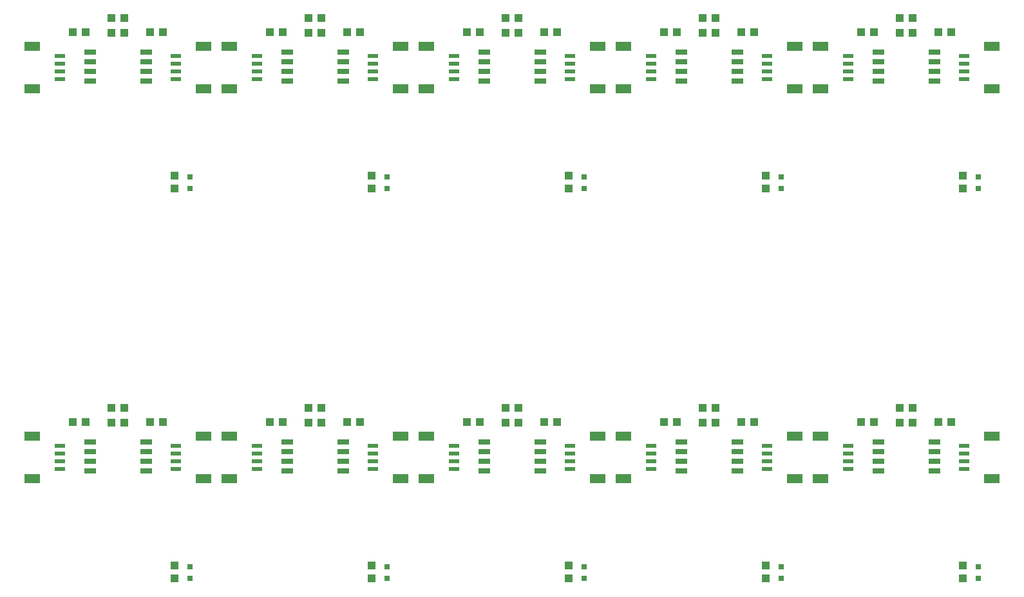
<source format=gtp>
G04 #@! TF.FileFunction,Paste,Top*
%FSLAX46Y46*%
G04 Gerber Fmt 4.6, Leading zero omitted, Abs format (unit mm)*
G04 Created by KiCad (PCBNEW 4.0.6) date 02/21/18 15:23:46*
%MOMM*%
%LPD*%
G01*
G04 APERTURE LIST*
%ADD10C,0.100000*%
%ADD11R,0.998220X1.099820*%
%ADD12R,0.800000X0.800000*%
%ADD13R,1.099820X0.998220*%
%ADD14R,2.000000X1.200000*%
%ADD15R,1.350000X0.600000*%
%ADD16R,1.524000X0.762000*%
G04 APERTURE END LIST*
D10*
D11*
X172262800Y-119420640D03*
X172262800Y-121117360D03*
X146354800Y-119420640D03*
X146354800Y-121117360D03*
X120446800Y-119420640D03*
X120446800Y-121117360D03*
X94538800Y-119420640D03*
X94538800Y-121117360D03*
X68630800Y-119420640D03*
X68630800Y-121117360D03*
X172262800Y-68112640D03*
X172262800Y-69809360D03*
X146354800Y-68112640D03*
X146354800Y-69809360D03*
X120446800Y-68112640D03*
X120446800Y-69809360D03*
X94538800Y-68112640D03*
X94538800Y-69809360D03*
D12*
X174294800Y-121119800D03*
X174294800Y-119519800D03*
X148386800Y-121119800D03*
X148386800Y-119519800D03*
X122478800Y-121119800D03*
X122478800Y-119519800D03*
X96570800Y-121119800D03*
X96570800Y-119519800D03*
X70662800Y-121119800D03*
X70662800Y-119519800D03*
X174294800Y-69811800D03*
X174294800Y-68211800D03*
X148386800Y-69811800D03*
X148386800Y-68211800D03*
X122478800Y-69811800D03*
X122478800Y-68211800D03*
X96570800Y-69811800D03*
X96570800Y-68211800D03*
D13*
X163997640Y-100558600D03*
X165694360Y-100558600D03*
X138089640Y-100558600D03*
X139786360Y-100558600D03*
X112181640Y-100558600D03*
X113878360Y-100558600D03*
X86273640Y-100558600D03*
X87970360Y-100558600D03*
X60365640Y-100558600D03*
X62062360Y-100558600D03*
X163997640Y-49250600D03*
X165694360Y-49250600D03*
X138089640Y-49250600D03*
X139786360Y-49250600D03*
X112181640Y-49250600D03*
X113878360Y-49250600D03*
X86273640Y-49250600D03*
X87970360Y-49250600D03*
D14*
X153551000Y-102381400D03*
X153551000Y-107981400D03*
D15*
X157226000Y-103681400D03*
X157226000Y-104681400D03*
X157226000Y-105681400D03*
X157226000Y-106681400D03*
D14*
X127643000Y-102381400D03*
X127643000Y-107981400D03*
D15*
X131318000Y-103681400D03*
X131318000Y-104681400D03*
X131318000Y-105681400D03*
X131318000Y-106681400D03*
D14*
X101735000Y-102381400D03*
X101735000Y-107981400D03*
D15*
X105410000Y-103681400D03*
X105410000Y-104681400D03*
X105410000Y-105681400D03*
X105410000Y-106681400D03*
D14*
X75827000Y-102381400D03*
X75827000Y-107981400D03*
D15*
X79502000Y-103681400D03*
X79502000Y-104681400D03*
X79502000Y-105681400D03*
X79502000Y-106681400D03*
D14*
X49919000Y-102381400D03*
X49919000Y-107981400D03*
D15*
X53594000Y-103681400D03*
X53594000Y-104681400D03*
X53594000Y-105681400D03*
X53594000Y-106681400D03*
D14*
X153551000Y-51073400D03*
X153551000Y-56673400D03*
D15*
X157226000Y-52373400D03*
X157226000Y-53373400D03*
X157226000Y-54373400D03*
X157226000Y-55373400D03*
D14*
X127643000Y-51073400D03*
X127643000Y-56673400D03*
D15*
X131318000Y-52373400D03*
X131318000Y-53373400D03*
X131318000Y-54373400D03*
X131318000Y-55373400D03*
D14*
X101735000Y-51073400D03*
X101735000Y-56673400D03*
D15*
X105410000Y-52373400D03*
X105410000Y-53373400D03*
X105410000Y-54373400D03*
X105410000Y-55373400D03*
D14*
X75827000Y-51073400D03*
X75827000Y-56673400D03*
D15*
X79502000Y-52373400D03*
X79502000Y-53373400D03*
X79502000Y-54373400D03*
X79502000Y-55373400D03*
D16*
X161188400Y-103111300D03*
X161188400Y-104381300D03*
X161188400Y-105651300D03*
X161188400Y-106921300D03*
X168597580Y-106921300D03*
X168597580Y-105651300D03*
X168597580Y-104381300D03*
X168597580Y-103111300D03*
X135280400Y-103111300D03*
X135280400Y-104381300D03*
X135280400Y-105651300D03*
X135280400Y-106921300D03*
X142689580Y-106921300D03*
X142689580Y-105651300D03*
X142689580Y-104381300D03*
X142689580Y-103111300D03*
X109372400Y-103111300D03*
X109372400Y-104381300D03*
X109372400Y-105651300D03*
X109372400Y-106921300D03*
X116781580Y-106921300D03*
X116781580Y-105651300D03*
X116781580Y-104381300D03*
X116781580Y-103111300D03*
X83464400Y-103111300D03*
X83464400Y-104381300D03*
X83464400Y-105651300D03*
X83464400Y-106921300D03*
X90873580Y-106921300D03*
X90873580Y-105651300D03*
X90873580Y-104381300D03*
X90873580Y-103111300D03*
X57556400Y-103111300D03*
X57556400Y-104381300D03*
X57556400Y-105651300D03*
X57556400Y-106921300D03*
X64965580Y-106921300D03*
X64965580Y-105651300D03*
X64965580Y-104381300D03*
X64965580Y-103111300D03*
X161188400Y-51803300D03*
X161188400Y-53073300D03*
X161188400Y-54343300D03*
X161188400Y-55613300D03*
X168597580Y-55613300D03*
X168597580Y-54343300D03*
X168597580Y-53073300D03*
X168597580Y-51803300D03*
X135280400Y-51803300D03*
X135280400Y-53073300D03*
X135280400Y-54343300D03*
X135280400Y-55613300D03*
X142689580Y-55613300D03*
X142689580Y-54343300D03*
X142689580Y-53073300D03*
X142689580Y-51803300D03*
X109372400Y-51803300D03*
X109372400Y-53073300D03*
X109372400Y-54343300D03*
X109372400Y-55613300D03*
X116781580Y-55613300D03*
X116781580Y-54343300D03*
X116781580Y-53073300D03*
X116781580Y-51803300D03*
X83464400Y-51803300D03*
X83464400Y-53073300D03*
X83464400Y-54343300D03*
X83464400Y-55613300D03*
X90873580Y-55613300D03*
X90873580Y-54343300D03*
X90873580Y-53073300D03*
X90873580Y-51803300D03*
D13*
X158917640Y-100507800D03*
X160614360Y-100507800D03*
X133009640Y-100507800D03*
X134706360Y-100507800D03*
X107101640Y-100507800D03*
X108798360Y-100507800D03*
X81193640Y-100507800D03*
X82890360Y-100507800D03*
X55285640Y-100507800D03*
X56982360Y-100507800D03*
X158917640Y-49199800D03*
X160614360Y-49199800D03*
X133009640Y-49199800D03*
X134706360Y-49199800D03*
X107101640Y-49199800D03*
X108798360Y-49199800D03*
X81193640Y-49199800D03*
X82890360Y-49199800D03*
X169077640Y-100507800D03*
X170774360Y-100507800D03*
X143169640Y-100507800D03*
X144866360Y-100507800D03*
X117261640Y-100507800D03*
X118958360Y-100507800D03*
X91353640Y-100507800D03*
X93050360Y-100507800D03*
X65445640Y-100507800D03*
X67142360Y-100507800D03*
X169077640Y-49199800D03*
X170774360Y-49199800D03*
X143169640Y-49199800D03*
X144866360Y-49199800D03*
X117261640Y-49199800D03*
X118958360Y-49199800D03*
X91353640Y-49199800D03*
X93050360Y-49199800D03*
X165694360Y-98628200D03*
X163997640Y-98628200D03*
X139786360Y-98628200D03*
X138089640Y-98628200D03*
X113878360Y-98628200D03*
X112181640Y-98628200D03*
X87970360Y-98628200D03*
X86273640Y-98628200D03*
X62062360Y-98628200D03*
X60365640Y-98628200D03*
X165694360Y-47320200D03*
X163997640Y-47320200D03*
X139786360Y-47320200D03*
X138089640Y-47320200D03*
X113878360Y-47320200D03*
X112181640Y-47320200D03*
X87970360Y-47320200D03*
X86273640Y-47320200D03*
D14*
X176141000Y-107981400D03*
X176141000Y-102381400D03*
D15*
X172466000Y-106681400D03*
X172466000Y-105681400D03*
X172466000Y-104681400D03*
X172466000Y-103681400D03*
D14*
X150233000Y-107981400D03*
X150233000Y-102381400D03*
D15*
X146558000Y-106681400D03*
X146558000Y-105681400D03*
X146558000Y-104681400D03*
X146558000Y-103681400D03*
D14*
X124325000Y-107981400D03*
X124325000Y-102381400D03*
D15*
X120650000Y-106681400D03*
X120650000Y-105681400D03*
X120650000Y-104681400D03*
X120650000Y-103681400D03*
D14*
X98417000Y-107981400D03*
X98417000Y-102381400D03*
D15*
X94742000Y-106681400D03*
X94742000Y-105681400D03*
X94742000Y-104681400D03*
X94742000Y-103681400D03*
D14*
X72509000Y-107981400D03*
X72509000Y-102381400D03*
D15*
X68834000Y-106681400D03*
X68834000Y-105681400D03*
X68834000Y-104681400D03*
X68834000Y-103681400D03*
D14*
X176141000Y-56673400D03*
X176141000Y-51073400D03*
D15*
X172466000Y-55373400D03*
X172466000Y-54373400D03*
X172466000Y-53373400D03*
X172466000Y-52373400D03*
D14*
X150233000Y-56673400D03*
X150233000Y-51073400D03*
D15*
X146558000Y-55373400D03*
X146558000Y-54373400D03*
X146558000Y-53373400D03*
X146558000Y-52373400D03*
D14*
X124325000Y-56673400D03*
X124325000Y-51073400D03*
D15*
X120650000Y-55373400D03*
X120650000Y-54373400D03*
X120650000Y-53373400D03*
X120650000Y-52373400D03*
D14*
X98417000Y-56673400D03*
X98417000Y-51073400D03*
D15*
X94742000Y-55373400D03*
X94742000Y-54373400D03*
X94742000Y-53373400D03*
X94742000Y-52373400D03*
D12*
X70662800Y-69811800D03*
X70662800Y-68211800D03*
D13*
X62062360Y-47320200D03*
X60365640Y-47320200D03*
D14*
X72509000Y-56673400D03*
X72509000Y-51073400D03*
D15*
X68834000Y-55373400D03*
X68834000Y-54373400D03*
X68834000Y-53373400D03*
X68834000Y-52373400D03*
D14*
X49919000Y-51073400D03*
X49919000Y-56673400D03*
D15*
X53594000Y-52373400D03*
X53594000Y-53373400D03*
X53594000Y-54373400D03*
X53594000Y-55373400D03*
D13*
X65445640Y-49199800D03*
X67142360Y-49199800D03*
X55285640Y-49199800D03*
X56982360Y-49199800D03*
X60365640Y-49250600D03*
X62062360Y-49250600D03*
D11*
X68630800Y-68112640D03*
X68630800Y-69809360D03*
D16*
X57556400Y-51803300D03*
X57556400Y-53073300D03*
X57556400Y-54343300D03*
X57556400Y-55613300D03*
X64965580Y-55613300D03*
X64965580Y-54343300D03*
X64965580Y-53073300D03*
X64965580Y-51803300D03*
M02*

</source>
